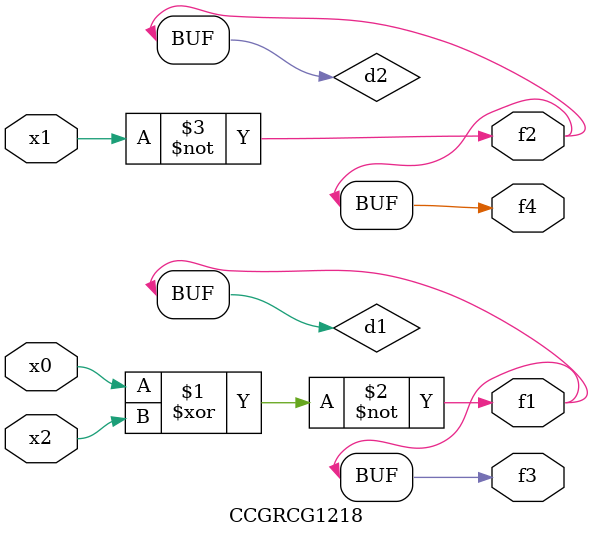
<source format=v>
module CCGRCG1218(
	input x0, x1, x2,
	output f1, f2, f3, f4
);

	wire d1, d2, d3;

	xnor (d1, x0, x2);
	nand (d2, x1);
	nor (d3, x1, x2);
	assign f1 = d1;
	assign f2 = d2;
	assign f3 = d1;
	assign f4 = d2;
endmodule

</source>
